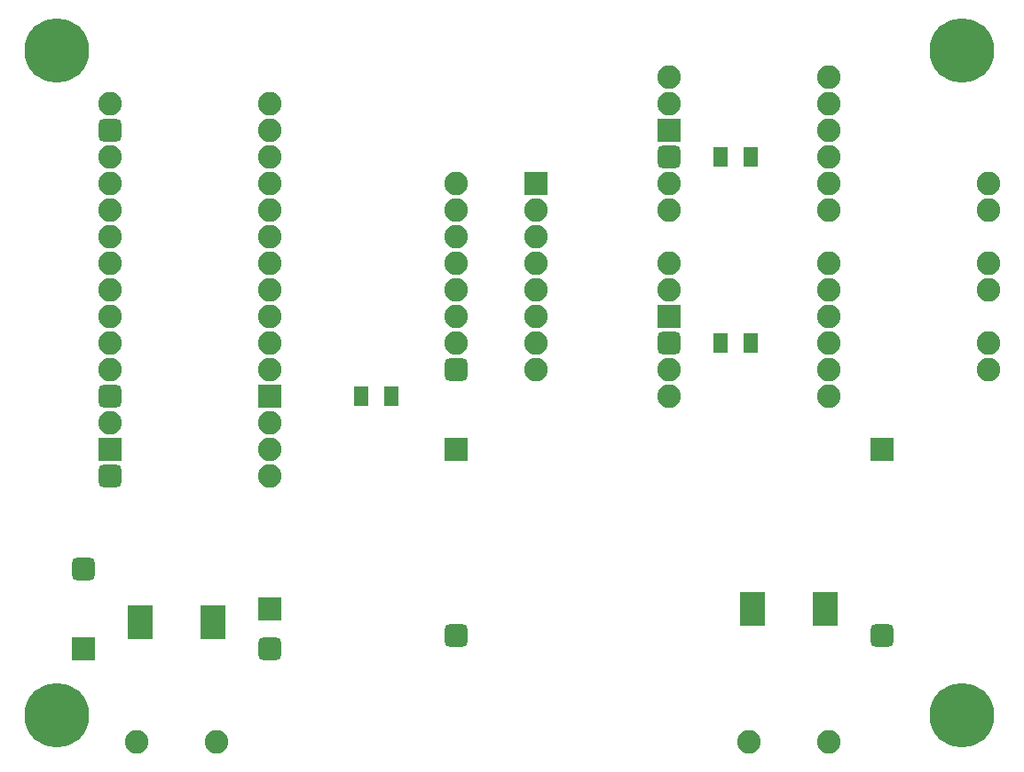
<source format=gbr>
G04*
G04 #@! TF.GenerationSoftware,Altium Limited,Altium Designer,25.3.3 (18)*
G04*
G04 Layer_Color=8388736*
%FSLAX44Y44*%
%MOMM*%
G71*
G04*
G04 #@! TF.SameCoordinates,99CC6AD0-2A63-4927-AC08-F09ED2D19244*
G04*
G04*
G04 #@! TF.FilePolarity,Negative*
G04*
G01*
G75*
%ADD15R,2.4024X3.3324*%
%ADD16R,1.3524X1.9724*%
G04:AMPARAMS|DCode=17|XSize=2.2524mm|YSize=2.2524mm|CornerRadius=0.6012mm|HoleSize=0mm|Usage=FLASHONLY|Rotation=180.000|XOffset=0mm|YOffset=0mm|HoleType=Round|Shape=RoundedRectangle|*
%AMROUNDEDRECTD17*
21,1,2.2524,1.0500,0,0,180.0*
21,1,1.0500,2.2524,0,0,180.0*
1,1,1.2024,-0.5250,0.5250*
1,1,1.2024,0.5250,0.5250*
1,1,1.2024,0.5250,-0.5250*
1,1,1.2024,-0.5250,-0.5250*
%
%ADD17ROUNDEDRECTD17*%
%ADD18R,2.2524X2.2524*%
%ADD19C,2.2524*%
%ADD20C,6.1524*%
D15*
X199650Y165100D02*
D03*
X130550D02*
D03*
X783850Y177800D02*
D03*
X714750D02*
D03*
D16*
X370200Y381000D02*
D03*
X341000D02*
D03*
X713100Y431800D02*
D03*
X683900D02*
D03*
Y609600D02*
D03*
X713100D02*
D03*
D17*
X431800Y152400D02*
D03*
X838200D02*
D03*
X254000Y139700D02*
D03*
X76200Y215900D02*
D03*
X101600Y635000D02*
D03*
Y381000D02*
D03*
Y304800D02*
D03*
X431800Y406400D02*
D03*
X635000Y431800D02*
D03*
Y609600D02*
D03*
D18*
X431800Y330200D02*
D03*
X838200D02*
D03*
X254000Y177800D02*
D03*
X76200Y139700D02*
D03*
X254000Y381000D02*
D03*
X101600Y330200D02*
D03*
X508000Y584200D02*
D03*
X635000Y457200D02*
D03*
Y635000D02*
D03*
D19*
X254000Y660400D02*
D03*
Y635000D02*
D03*
Y609600D02*
D03*
Y584200D02*
D03*
Y558800D02*
D03*
Y533400D02*
D03*
Y508000D02*
D03*
Y482600D02*
D03*
Y457200D02*
D03*
Y431800D02*
D03*
Y406400D02*
D03*
Y355600D02*
D03*
Y330200D02*
D03*
Y304800D02*
D03*
X101600Y660400D02*
D03*
Y609600D02*
D03*
Y584200D02*
D03*
Y558800D02*
D03*
Y533400D02*
D03*
Y508000D02*
D03*
Y482600D02*
D03*
Y457200D02*
D03*
Y431800D02*
D03*
Y406400D02*
D03*
Y355600D02*
D03*
X508000Y558800D02*
D03*
Y533400D02*
D03*
Y508000D02*
D03*
Y482600D02*
D03*
Y457200D02*
D03*
Y431800D02*
D03*
Y406400D02*
D03*
X431800Y584200D02*
D03*
Y558800D02*
D03*
Y533400D02*
D03*
Y508000D02*
D03*
Y482600D02*
D03*
Y457200D02*
D03*
Y431800D02*
D03*
X787400Y508000D02*
D03*
Y482600D02*
D03*
Y457200D02*
D03*
Y431800D02*
D03*
Y406400D02*
D03*
Y381000D02*
D03*
X635000Y508000D02*
D03*
Y482600D02*
D03*
Y406400D02*
D03*
Y381000D02*
D03*
X787400Y685800D02*
D03*
Y660400D02*
D03*
Y635000D02*
D03*
Y609600D02*
D03*
Y584200D02*
D03*
Y558800D02*
D03*
X635000Y685800D02*
D03*
Y660400D02*
D03*
Y584200D02*
D03*
Y558800D02*
D03*
X203200Y50800D02*
D03*
X127000D02*
D03*
X939800Y406400D02*
D03*
Y431800D02*
D03*
X787400Y50800D02*
D03*
X711200D02*
D03*
X939800Y482600D02*
D03*
Y508000D02*
D03*
Y558800D02*
D03*
Y584200D02*
D03*
D20*
X914400Y76200D02*
D03*
Y711200D02*
D03*
X50800D02*
D03*
Y76200D02*
D03*
M02*

</source>
